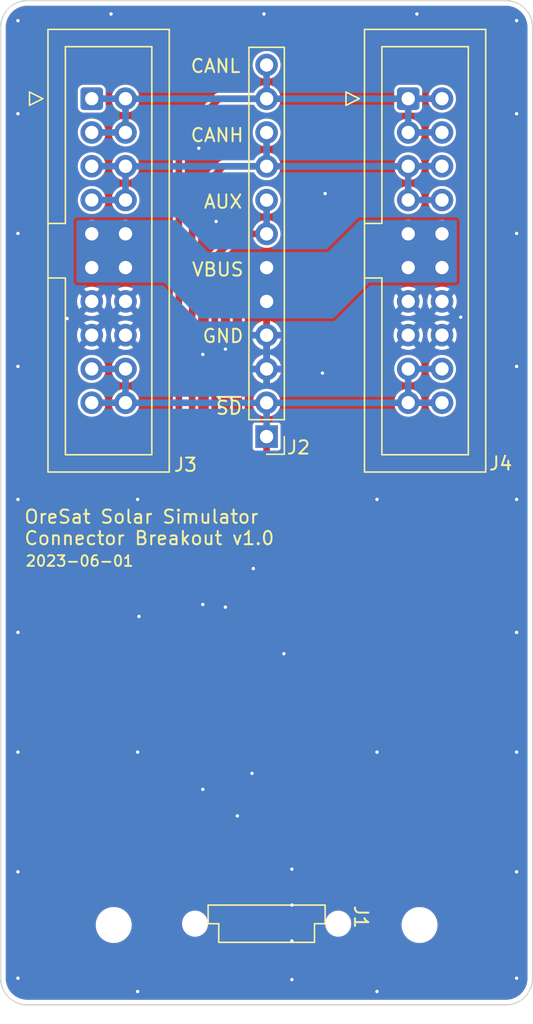
<source format=kicad_pcb>
(kicad_pcb (version 20221018) (generator pcbnew)
  (layers (0 "F.Cu" signal) (31 "B.Cu" signal) (34 "B.Paste" user) (35 "F.Paste" user) (36 "B.SilkS" user "B.Silkscreen") (37 "F.SilkS" user "F.Silkscreen") (38 "B.Mask" user) (39 "F.Mask" user) (44 "Edge.Cuts" user))
  (net 0 "")
  (net 1 "/~{SD}")
  (net 2 "GND")
  (net 3 "VBUS")
  (net 4 "/AUX")
  (net 5 "/CANH")
  (net 6 "/CANL")
  (footprint "oresat-misc:Hole-2.4mm-NPTH" (layer "F.Cu") (at 122.2 93)
    (fp_text reference "REF**" hide)
    (fp_text value "Hole-2.4mm-NPTH")
    (pad "" np_thru_hole circle (at 0 0) (size 2.4 2.4) (drill 2.4) (layers "*.Cu" "*.Mask"))
  )
  (footprint "oresat-connectors:J-Harwin-M55-7001242R" (layer "F.Cu") (at 110.7 92.9 180)
    (fp_text reference "J1" (at -7.1 0.5 270 unlocked) (layer "F.SilkS"))
    (fp_text value "Harwin M55-7001242R")
    (fp_line (start -4.4 0) (end -4.4 1.4) (stroke (width 0.12)) (layer "F.SilkS"))
    (fp_line (start -3.6 -1.4) (end -3.6 0) (stroke (width 0.12)) (layer "F.SilkS"))
    (fp_line (start -3.6 0) (end -4.4 0) (stroke (width 0.12)) (layer "F.SilkS"))
    (fp_line (start 3.6 -1.4) (end -3.6 -1.4) (stroke (width 0.12)) (layer "F.SilkS"))
    (fp_line (start 3.6 0) (end 3.6 -1.4) (stroke (width 0.12)) (layer "F.SilkS"))
    (fp_line (start 4.4 0) (end 3.6 0) (stroke (width 0.12)) (layer "F.SilkS"))
    (fp_line (start 4.4 1.4) (end -4.4 1.4) (stroke (width 0.12)) (layer "F.SilkS"))
    (fp_line (start 4.4 1.4) (end 4.4 0) (stroke (width 0.12)) (layer "F.SilkS"))
    (pad "" np_thru_hole circle (at -5.385 0 180) (size 1.65 1.65) (drill 1.65) (layers "*.Cu" "*.Mask"))
    (pad "" np_thru_hole circle (at 5.385 0 180) (size 1.65 1.65) (drill 1.65) (layers "*.Cu" "*.Mask"))
    (pad "1" smd roundrect (at -3.175 -2.75 180) (size 0.8 1.1) (layers "F.Cu" "F.Paste" "F.Mask") (net 1 "/~{SD}"))
    (pad "2" smd roundrect (at -3.175 2.75 180) (size 0.8 1.1) (layers "F.Cu" "F.Paste" "F.Mask") (net 1 "/~{SD}"))
    (pad "3" smd roundrect (at -1.905 -2.75 180) (size 0.8 1.1) (layers "F.Cu" "F.Paste" "F.Mask") (net 2 "GND"))
    (pad "4" smd roundrect (at -1.905 2.75 180) (size 0.8 1.1) (layers "F.Cu" "F.Paste" "F.Mask") (net 2 "GND"))
    (pad "5" smd roundrect (at -0.635 -2.75 180) (size 0.8 1.1) (layers "F.Cu" "F.Paste" "F.Mask") (net 3 "VBUS"))
    (pad "6" smd roundrect (at -0.635 2.75 180) (size 0.8 1.1) (layers "F.Cu" "F.Paste" "F.Mask") (net 3 "VBUS"))
    (pad "7" smd roundrect (at 0.635 -2.75 180) (size 0.8 1.1) (layers "F.Cu" "F.Paste" "F.Mask") (net 4 "/AUX"))
    (pad "8" smd roundrect (at 0.635 2.75 180) (size 0.8 1.1) (layers "F.Cu" "F.Paste" "F.Mask") (net 4 "/AUX"))
    (pad "9" smd roundrect (at 1.905 -2.75 180) (size 0.8 1.1) (layers "F.Cu" "F.Paste" "F.Mask") (net 5 "/CANH"))
    (pad "10" smd roundrect (at 1.905 2.75 180) (size 0.8 1.1) (layers "F.Cu" "F.Paste" "F.Mask") (net 5 "/CANH"))
    (pad "11" smd roundrect (at 3.175 -2.75 180) (size 0.8 1.1) (layers "F.Cu" "F.Paste" "F.Mask") (net 6 "/CANL"))
    (pad "12" smd roundrect (at 3.175 2.75 180) (size 0.8 1.1) (layers "F.Cu" "F.Paste" "F.Mask") (net 6 "/CANL"))
    (pad "SH" smd roundrect (at -5.67 -2.45 180) (size 1.2 2.7) (layers "F.Cu" "F.Paste" "F.Mask") (net 2 "GND"))
    (pad "SH" smd roundrect (at -5.67 2.45 180) (size 1.2 2.7) (layers "F.Cu" "F.Paste" "F.Mask") (net 2 "GND"))
    (pad "SH" smd roundrect (at 5.67 -2.45 180) (size 1.2 2.7) (layers "F.Cu" "F.Paste" "F.Mask") (net 2 "GND"))
    (pad "SH" smd roundrect (at 5.67 2.45 180) (size 1.2 2.7) (layers "F.Cu" "F.Paste" "F.Mask") (net 2 "GND"))
  )
  (footprint "Connector_IDC:IDC-Header_2x10_P2.54mm_Vertical" (layer "F.Cu") (at 121.3475 30.87)
    (fp_text reference "J4" (at 6.9525 27.43) (layer "F.SilkS"))
    (fp_text value "Conn_01x20")
    (fp_line (start -4.68 -0.5) (end -4.68 0.5) (stroke (width 0.12)) (layer "F.SilkS"))
    (fp_line (start -4.68 0.5) (end -3.68 0) (stroke (width 0.12)) (layer "F.SilkS"))
    (fp_line (start -3.68 0) (end -4.68 -0.5) (stroke (width 0.12)) (layer "F.SilkS"))
    (fp_line (start -3.29 -5.21) (end 5.83 -5.21) (stroke (width 0.12)) (layer "F.SilkS"))
    (fp_line (start -3.29 9.38) (end -1.98 9.38) (stroke (width 0.12)) (layer "F.SilkS"))
    (fp_line (start -3.29 28.07) (end -3.29 -5.21) (stroke (width 0.12)) (layer "F.SilkS"))
    (fp_line (start -1.98 -3.91) (end 4.52 -3.91) (stroke (width 0.12)) (layer "F.SilkS"))
    (fp_line (start -1.98 9.38) (end -1.98 -3.91) (stroke (width 0.12)) (layer "F.SilkS"))
    (fp_line (start -1.98 13.48) (end -3.29 13.48) (stroke (width 0.12)) (layer "F.SilkS"))
    (fp_line (start -1.98 13.48) (end -1.98 13.48) (stroke (width 0.12)) (layer "F.SilkS"))
    (fp_line (start -1.98 26.77) (end -1.98 13.48) (stroke (width 0.12)) (layer "F.SilkS"))
    (fp_line (start 4.52 -3.91) (end 4.52 26.77) (stroke (width 0.12)) (layer "F.SilkS"))
    (fp_line (start 4.52 26.77) (end -1.98 26.77) (stroke (width 0.12)) (layer "F.SilkS"))
    (fp_line (start 5.83 -5.21) (end 5.83 28.07) (stroke (width 0.12)) (layer "F.SilkS"))
    (fp_line (start 5.83 28.07) (end -3.29 28.07) (stroke (width 0.12)) (layer "F.SilkS"))
    (pad "1" thru_hole roundrect (at 0 0) (size 1.7 1.7) (drill 1) (layers "*.Cu" "*.Mask") (roundrect_rratio 0.147059) (net 6 "/CANL"))
    (pad "2" thru_hole circle (at 2.54 0) (size 1.7 1.7) (drill 1) (layers "*.Cu" "*.Mask") (net 6 "/CANL"))
    (pad "3" thru_hole circle (at 0 2.54) (size 1.7 1.7) (drill 1) (layers "*.Cu" "*.Mask") (net 6 "/CANL"))
    (pad "4" thru_hole circle (at 2.54 2.54) (size 1.7 1.7) (drill 1) (layers "*.Cu" "*.Mask") (net 6 "/CANL"))
    (pad "5" thru_hole circle (at 0 5.08) (size 1.7 1.7) (drill 1) (layers "*.Cu" "*.Mask") (net 5 "/CANH"))
    (pad "6" thru_hole circle (at 2.54 5.08) (size 1.7 1.7) (drill 1) (layers "*.Cu" "*.Mask") (net 5 "/CANH"))
    (pad "7" thru_hole circle (at 0 7.62) (size 1.7 1.7) (drill 1) (layers "*.Cu" "*.Mask") (net 5 "/CANH"))
    (pad "8" thru_hole circle (at 2.54 7.62) (size 1.7 1.7) (drill 1) (layers "*.Cu" "*.Mask") (net 5 "/CANH"))
    (pad "9" thru_hole circle (at 0 10.16) (size 1.7 1.7) (drill 1) (layers "*.Cu" "*.Mask") (net 3 "VBUS"))
    (pad "10" thru_hole circle (at 2.54 10.16) (size 1.7 1.7) (drill 1) (layers "*.Cu" "*.Mask") (net 3 "VBUS"))
    (pad "11" thru_hole circle (at 0 12.7) (size 1.7 1.7) (drill 1) (layers "*.Cu" "*.Mask") (net 3 "VBUS"))
    (pad "12" thru_hole circle (at 2.54 12.7) (size 1.7 1.7) (drill 1) (layers "*.Cu" "*.Mask") (net 3 "VBUS"))
    (pad "13" thru_hole circle (at 0 15.24) (size 1.7 1.7) (drill 1) (layers "*.Cu" "*.Mask") (net 2 "GND"))
    (pad "14" thru_hole circle (at 2.54 15.24) (size 1.7 1.7) (drill 1) (layers "*.Cu" "*.Mask") (net 2 "GND"))
    (pad "15" thru_hole circle (at 0 17.78) (size 1.7 1.7) (drill 1) (layers "*.Cu" "*.Mask") (net 2 "GND"))
    (pad "16" thru_hole circle (at 2.54 17.78) (size 1.7 1.7) (drill 1) (layers "*.Cu" "*.Mask") (net 2 "GND"))
    (pad "17" thru_hole circle (at 0 20.32) (size 1.7 1.7) (drill 1) (layers "*.Cu" "*.Mask") (net 1 "/~{SD}"))
    (pad "18" thru_hole circle (at 2.54 20.32) (size 1.7 1.7) (drill 1) (layers "*.Cu" "*.Mask") (net 1 "/~{SD}"))
    (pad "19" thru_hole circle (at 0 22.86) (size 1.7 1.7) (drill 1) (layers "*.Cu" "*.Mask") (net 1 "/~{SD}"))
    (pad "20" thru_hole circle (at 2.54 22.86) (size 1.7 1.7) (drill 1) (layers "*.Cu" "*.Mask") (net 1 "/~{SD}"))
  )
  (footprint "Connector_PinHeader_2.54mm:PinHeader_1x12_P2.54mm_Vertical" (layer "F.Cu") (at 110.7 56.275 180)
    (fp_text reference "J2" (at -2.4 -0.825) (layer "F.SilkS"))
    (fp_text value "Conn_01x12")
    (fp_line (start -1.33 -1.33) (end 0 -1.33) (stroke (width 0.12)) (layer "F.SilkS"))
    (fp_line (start -1.33 0) (end -1.33 -1.33) (stroke (width 0.12)) (layer "F.SilkS"))
    (fp_line (start -1.33 1.27) (end -1.33 29.27) (stroke (width 0.12)) (layer "F.SilkS"))
    (fp_line (start -1.33 1.27) (end 1.33 1.27) (stroke (width 0.12)) (layer "F.SilkS"))
    (fp_line (start -1.33 29.27) (end 1.33 29.27) (stroke (width 0.12)) (layer "F.SilkS"))
    (fp_line (start 1.33 1.27) (end 1.33 29.27) (stroke (width 0.12)) (layer "F.SilkS"))
    (pad "1" thru_hole rect (at 0 0 180) (size 1.7 1.7) (drill 1) (layers "*.Cu" "*.Mask") (net 1 "/~{SD}"))
    (pad "2" thru_hole oval (at 0 2.54 180) (size 1.7 1.7) (drill 1) (layers "*.Cu" "*.Mask") (net 1 "/~{SD}"))
    (pad "3" thru_hole oval (at 0 5.08 180) (size 1.7 1.7) (drill 1) (layers "*.Cu" "*.Mask") (net 2 "GND"))
    (pad "4" thru_hole oval (at 0 7.62 180) (size 1.7 1.7) (drill 1) (layers "*.Cu" "*.Mask") (net 2 "GND"))
    (pad "5" thru_hole oval (at 0 10.16 180) (size 1.7 1.7) (drill 1) (layers "*.Cu" "*.Mask") (net 3 "VBUS"))
    (pad "6" thru_hole oval (at 0 12.7 180) (size 1.7 1.7) (drill 1) (layers "*.Cu" "*.Mask") (net 3 "VBUS"))
    (pad "7" thru_hole oval (at 0 15.24 180) (size 1.7 1.7) (drill 1) (layers "*.Cu" "*.Mask") (net 4 "/AUX"))
    (pad "8" thru_hole oval (at 0 17.78 180) (size 1.7 1.7) (drill 1) (layers "*.Cu" "*.Mask") (net 4 "/AUX"))
    (pad "9" thru_hole oval (at 0 20.32 180) (size 1.7 1.7) (drill 1) (layers "*.Cu" "*.Mask") (net 5 "/CANH"))
    (pad "10" thru_hole oval (at 0 22.86 180) (size 1.7 1.7) (drill 1) (layers "*.Cu" "*.Mask") (net 5 "/CANH"))
    (pad "11" thru_hole oval (at 0 25.4 180) (size 1.7 1.7) (drill 1) (layers "*.Cu" "*.Mask") (net 6 "/CANL"))
    (pad "12" thru_hole oval (at 0 27.94 180) (size 1.7 1.7) (drill 1) (layers "*.Cu" "*.Mask") (net 6 "/CANL"))
  )
  (footprint "oresat-misc:Hole-2.4mm-NPTH" (layer "F.Cu") (at 99.2 93)
    (fp_text reference "REF**" hide)
    (fp_text value "Hole-2.4mm-NPTH")
    (pad "" np_thru_hole circle (at 0 0) (size 2.4 2.4) (drill 2.4) (layers "*.Cu" "*.Mask"))
  )
  (footprint "Connector_IDC:IDC-Header_2x10_P2.54mm_Vertical" (layer "F.Cu") (at 97.5475 30.87)
    (fp_text reference "J3" (at 7.0525 27.53) (layer "F.SilkS"))
    (fp_text value "Conn_01x20")
    (fp_line (start -4.68 -0.5) (end -4.68 0.5) (stroke (width 0.12)) (layer "F.SilkS"))
    (fp_line (start -4.68 0.5) (end -3.68 0) (stroke (width 0.12)) (layer "F.SilkS"))
    (fp_line (start -3.68 0) (end -4.68 -0.5) (stroke (width 0.12)) (layer "F.SilkS"))
    (fp_line (start -3.29 -5.21) (end 5.83 -5.21) (stroke (width 0.12)) (layer "F.SilkS"))
    (fp_line (start -3.29 9.38) (end -1.98 9.38) (stroke (width 0.12)) (layer "F.SilkS"))
    (fp_line (start -3.29 28.07) (end -3.29 -5.21) (stroke (width 0.12)) (layer "F.SilkS"))
    (fp_line (start -1.98 -3.91) (end 4.52 -3.91) (stroke (width 0.12)) (layer "F.SilkS"))
    (fp_line (start -1.98 9.38) (end -1.98 -3.91) (stroke (width 0.12)) (layer "F.SilkS"))
    (fp_line (start -1.98 13.48) (end -3.29 13.48) (stroke (width 0.12)) (layer "F.SilkS"))
    (fp_line (start -1.98 13.48) (end -1.98 13.48) (stroke (width 0.12)) (layer "F.SilkS"))
    (fp_line (start -1.98 26.77) (end -1.98 13.48) (stroke (width 0.12)) (layer "F.SilkS"))
    (fp_line (start 4.52 -3.91) (end 4.52 26.77) (stroke (width 0.12)) (layer "F.SilkS"))
    (fp_line (start 4.52 26.77) (end -1.98 26.77) (stroke (width 0.12)) (layer "F.SilkS"))
    (fp_line (start 5.83 -5.21) (end 5.83 28.07) (stroke (width 0.12)) (layer "F.SilkS"))
    (fp_line (start 5.83 28.07) (end -3.29 28.07) (stroke (width 0.12)) (layer "F.SilkS"))
    (pad "1" thru_hole roundrect (at 0 0) (size 1.7 1.7) (drill 1) (layers "*.Cu" "*.Mask") (roundrect_rratio 0.147059) (net 6 "/CANL"))
    (pad "2" thru_hole circle (at 2.54 0) (size 1.7 1.7) (drill 1) (layers "*.Cu" "*.Mask") (net 6 "/CANL"))
    (pad "3" thru_hole circle (at 0 2.54) (size 1.7 1.7) (drill 1) (layers "*.Cu" "*.Mask") (net 6 "/CANL"))
    (pad "4" thru_hole circle (at 2.54 2.54) (size 1.7 1.7) (drill 1) (layers "*.Cu" "*.Mask") (net 6 "/CANL"))
    (pad "5" thru_hole circle (at 0 5.08) (size 1.7 1.7) (drill 1) (layers "*.Cu" "*.Mask") (net 5 "/CANH"))
    (pad "6" thru_hole circle (at 2.54 5.08) (size 1.7 1.7) (drill 1) (layers "*.Cu" "*.Mask") (net 5 "/CANH"))
    (pad "7" thru_hole circle (at 0 7.62) (size 1.7 1.7) (drill 1) (layers "*.Cu" "*.Mask") (net 5 "/CANH"))
    (pad "8" thru_hole circle (at 2.54 7.62) (size 1.7 1.7) (drill 1) (layers "*.Cu" "*.Mask") (net 5 "/CANH"))
    (pad "9" thru_hole circle (at 0 10.16) (size 1.7 1.7) (drill 1) (layers "*.Cu" "*.Mask") (net 3 "VBUS"))
    (pad "10" thru_hole circle (at 2.54 10.16) (size 1.7 1.7) (drill 1) (layers "*.Cu" "*.Mask") (net 3 "VBUS"))
    (pad "11" thru_hole circle (at 0 12.7) (size 1.7 1.7) (drill 1) (layers "*.Cu" "*.Mask") (net 3 "VBUS"))
    (pad "12" thru_hole circle (at 2.54 12.7) (size 1.7 1.7) (drill 1) (layers "*.Cu" "*.Mask") (net 3 "VBUS"))
    (pad "13" thru_hole circle (at 0 15.24) (size 1.7 1.7) (drill 1) (layers "*.Cu" "*.Mask") (net 2 "GND"))
    (pad "14" thru_hole circle (at 2.54 15.24) (size 1.7 1.7) (drill 1) (layers "*.Cu" "*.Mask") (net 2 "GND"))
    (pad "15" thru_hole circle (at 0 17.78) (size 1.7 1.7) (drill 1) (layers "*.Cu" "*.Mask") (net 2 "GND"))
    (pad "16" thru_hole circle (at 2.54 17.78) (size 1.7 1.7) (drill 1) (layers "*.Cu" "*.Mask") (net 2 "GND"))
    (pad "17" thru_hole circle (at 0 20.32) (size 1.7 1.7) (drill 1) (layers "*.Cu" "*.Mask") (net 1 "/~{SD}"))
    (pad "18" thru_hole circle (at 2.54 20.32) (size 1.7 1.7) (drill 1) (layers "*.Cu" "*.Mask") (net 1 "/~{SD}"))
    (pad "19" thru_hole circle (at 0 22.86) (size 1.7 1.7) (drill 1) (layers "*.Cu" "*.Mask") (net 1 "/~{SD}"))
    (pad "20" thru_hole circle (at 2.54 22.86) (size 1.7 1.7) (drill 1) (layers "*.Cu" "*.Mask") (net 1 "/~{SD}"))
  )
  (gr_arc (start 130.7 97) (mid 130.114214 98.414214) (end 128.7 99) (stroke (width 0.1)) (layer "Edge.Cuts"))
  (gr_arc (start 92.7 99) (mid 91.285786 98.414214) (end 90.7 97) (stroke (width 0.1)) (layer "Edge.Cuts"))
  (gr_line (start 90.7 25.5) (end 90.7 97) (stroke (width 0.1)) (layer "Edge.Cuts"))
  (gr_line (start 92.7 99) (end 128.7 99) (stroke (width 0.1)) (layer "Edge.Cuts"))
  (gr_line (start 128.7 23.5) (end 92.7 23.5) (stroke (width 0.1)) (layer "Edge.Cuts"))
  (gr_arc (start 128.7 23.5) (mid 130.114214 24.085786) (end 130.7 25.5) (stroke (width 0.1)) (layer "Edge.Cuts"))
  (gr_arc (start 90.7 25.5) (mid 91.285786 24.085786) (end 92.7 23.5) (stroke (width 0.1)) (layer "Edge.Cuts"))
  (gr_line (start 130.7 97) (end 130.7 25.5) (stroke (width 0.1)) (layer "Edge.Cuts"))
  (gr_text "CANH" (at 104.9 34.2) (layer "F.SilkS") (effects (font (size 1 1)) (justify left bottom)))
  (gr_text "~{SD}" (at 106.8 54.7) (layer "F.SilkS") (effects (font (size 1 1)) (justify left bottom)))
  (gr_text "CANL" (at 104.9 29) (layer "F.SilkS") (effects (font (size 1 1)) (justify left bottom)))
  (gr_text "2023-06-01" (at 92.5 66.1) (layer "F.SilkS") (effects (font (size 0.8 0.8) (thickness 0.14) bold) (justify left bottom)))
  (gr_text "VBUS" (at 105 44.3) (layer "F.SilkS") (effects (font (size 1 1)) (justify left bottom)))
  (gr_text "GND" (at 105.8 49.3) (layer "F.SilkS") (effects (font (size 1 1)) (justify left bottom)))
  (gr_text "AUX" (at 105.9 39.2) (layer "F.SilkS") (effects (font (size 1 1)) (justify left bottom)))
  (gr_text "OreSat Solar Simulator\nConnector Breakout v1.0" (at 92.4 64.5) (layer "F.SilkS") (effects (font (size 1 1)) (justify left bottom)))
  (segment (start 110.7 82.6) (end 110.7 56.275) (width 0.5) (layer "F.Cu") (net 1))
  (segment (start 113.875 95.65) (end 113.875 90.15) (width 0.5) (layer "F.Cu") (net 1))
  (segment (start 113.875 90.15) (end 113.875 85.775) (width 0.5) (layer "F.Cu") (net 1))
  (segment (start 113.875 85.775) (end 110.7 82.6) (width 0.5) (layer "F.Cu") (net 1))
  (segment (start 110.7 53.735) (end 121.3425 53.735) (width 0.5) (layer "B.Cu") (net 1))
  (segment (start 100.0875 53.73) (end 100.0875 51.19) (width 0.5) (layer "B.Cu") (net 1))
  (segment (start 121.3475 51.19) (end 123.8875 51.19) (width 0.5) (layer "B.Cu") (net 1))
  (segment (start 121.3475 53.73) (end 121.3475 51.19) (width 0.5) (layer "B.Cu") (net 1))
  (segment (start 100.0925 53.735) (end 100.0875 53.73) (width 0.5) (layer "B.Cu") (net 1))
  (segment (start 100.0875 53.73) (end 97.5475 53.73) (width 0.5) (layer "B.Cu") (net 1))
  (segment (start 110.7 53.735) (end 100.0925 53.735) (width 0.5) (layer "B.Cu") (net 1))
  (segment (start 121.3425 53.735) (end 121.3475 53.73) (width 0.5) (layer "B.Cu") (net 1))
  (segment (start 121.3475 53.73) (end 123.8875 53.73) (width 0.5) (layer "B.Cu") (net 1))
  (segment (start 110.7 56.275) (end 110.7 53.735) (width 0.5) (layer "B.Cu") (net 1))
  (segment (start 100.0875 51.19) (end 97.5475 51.19) (width 0.5) (layer "B.Cu") (net 1))
  (via (at 108.5 84.8) (size 0.508) (drill 0.254) (layers "F.Cu" "B.Cu") (net 2))
  (via (at 112.6 91.5) (size 0.508) (drill 0.254) (layers "F.Cu" "B.Cu") (net 2))
  (via (at 105.9 68.9) (size 0.508) (drill 0.254) (layers "F.Cu" "B.Cu") (net 2))
  (via (at 107.6 69.1) (size 0.508) (drill 0.254) (layers "F.Cu" "B.Cu") (net 2))
  (via (at 112 72.6) (size 0.508) (drill 0.254) (layers "F.Cu" "B.Cu") (net 2))
  (via (at 125.3 47.3) (size 0.508) (drill 0.254) (layers "F.Cu" "B.Cu") (net 2))
  (via (at 129.5 32) (size 0.508) (drill 0.254) (layers "F.Cu" "B.Cu") (net 2))
  (via (at 92 32) (size 0.508) (drill 0.254) (layers "F.Cu" "B.Cu") (net 2))
  (via (at 101 80) (size 0.508) (drill 0.254) (layers "F.Cu" "B.Cu") (net 2))
  (via (at 107.6 49.7) (size 0.508) (drill 0.254) (layers "F.Cu" "B.Cu") (net 2))
  (via (at 92 71) (size 0.508) (drill 0.254) (layers "F.Cu" "B.Cu") (net 2))
  (via (at 92 41) (size 0.508) (drill 0.254) (layers "F.Cu" "B.Cu") (net 2))
  (via (at 105.9 50.1) (size 0.508) (drill 0.254) (layers "F.Cu" "B.Cu") (net 2))
  (via (at 112.6 97.1) (size 0.508) (drill 0.254) (layers "F.Cu" "B.Cu") (net 2))
  (via (at 129.5 25) (size 0.508) (drill 0.254) (layers "F.Cu" "B.Cu") (net 2))
  (via (at 101.1 69.8) (size 0.508) (drill 0.254) (layers "F.Cu" "B.Cu") (net 2))
  (via (at 109.6 81.6) (size 0.508) (drill 0.254) (layers "F.Cu" "B.Cu") (net 2))
  (via (at 105.9 82.8) (size 0.508) (drill 0.254) (layers "F.Cu" "B.Cu") (net 2))
  (via (at 129.5 61) (size 0.508) (drill 0.254) (layers "F.Cu" "B.Cu") (net 2))
  (via (at 109.7 66.2) (size 0.508) (drill 0.254) (layers "F.Cu" "B.Cu") (net 2))
  (via (at 95.7 47.4) (size 0.508) (drill 0.254) (layers "F.Cu" "B.Cu") (net 2))
  (via (at 92 51) (size 0.508) (drill 0.254) (layers "F.Cu" "B.Cu") (net 2))
  (via (at 129.5 80) (size 0.508) (drill 0.254) (layers "F.Cu" "B.Cu") (net 2))
  (via (at 92 61) (size 0.508) (drill 0.254) (layers "F.Cu" "B.Cu") (net 2))
  (via (at 112.6 88.8) (size 0.508) (drill 0.254) (layers "F.Cu" "B.Cu") (net 2))
  (via (at 119 80) (size 0.508) (drill 0.254) (layers "F.Cu" "B.Cu") (net 2))
  (via (at 99 24.5) (size 0.508) (drill 0.254) (layers "F.Cu" "B.Cu") (net 2))
  (via (at 101 61) (size 0.508) (drill 0.254) (layers "F.Cu" "B.Cu") (net 2))
  (via (at 106.9 40.1) (size 0.508) (drill 0.254) (layers "F.Cu" "B.Cu") (net 2))
  (via (at 105.6 34.6) (size 0.508) (drill 0.254) (layers "F.Cu" "B.Cu") (net 2))
  (via (at 129.5 51) (size 0.508) (drill 0.254) (layers "F.Cu" "B.Cu") (net 2))
  (via (at 122 24.5) (size 0.508) (drill 0.254) (layers "F.Cu" "B.Cu") (net 2))
  (via (at 112.6 94.2) (size 0.508) (drill 0.254) (layers "F.Cu" "B.Cu") (net 2))
  (via (at 115.1 38) (size 0.508) (drill 0.254) (layers "F.Cu" "B.Cu") (net 2))
  (via (at 92 97) (size 0.508) (drill 0.254) (layers "F.Cu" "B.Cu") (net 2))
  (via (at 129.5 89) (size 0.508) (drill 0.254) (layers "F.Cu" "B.Cu") (net 2))
  (via (at 129.5 71) (size 0.508) (drill 0.254) (layers "F.Cu" "B.Cu") (net 2))
  (via (at 129.5 41) (size 0.508) (drill 0.254) (layers "F.Cu" "B.Cu") (net 2))
  (via (at 92 89) (size 0.508) (drill 0.254) (layers "F.Cu" "B.Cu") (net 2))
  (via (at 119 98) (size 0.508) (drill 0.254) (layers "F.Cu" "B.Cu") (net 2))
  (via (at 101 98) (size 0.508) (drill 0.254) (layers "F.Cu" "B.Cu") (net 2))
  (via (at 92 25) (size 0.508) (drill 0.254) (layers "F.Cu" "B.Cu") (net 2))
  (via (at 110.5 24.5) (size 0.508) (drill 0.254) (layers "F.Cu" "B.Cu") (net 2))
  (via (at 129.5 97) (size 0.508) (drill 0.254) (layers "F.Cu" "B.Cu") (net 2))
  (via (at 119 61) (size 0.508) (drill 0.254) (layers "F.Cu" "B.Cu") (net 2))
  (via (at 92 80) (size 0.508) (drill 0.254) (layers "F.Cu" "B.Cu") (net 2))
  (via (at 114.9 51.5) (size 0.508) (drill 0.254) (layers "F.Cu" "B.Cu") (net 2))
  (segment (start 111.335 90.15) (end 111.335 86.235) (width 0.7) (layer "F.Cu") (net 3))
  (segment (start 111.335 86.235) (end 108.5 83.4) (width 0.7) (layer "F.Cu") (net 3))
  (segment (start 108.5 46.9) (end 109.285 46.115) (width 0.7) (layer "F.Cu") (net 3))
  (segment (start 108.5 83.4) (end 108.5 46.9) (width 0.7) (layer "F.Cu") (net 3))
  (segment (start 111.335 95.65) (end 111.335 90.15) (width 0.7) (layer "F.Cu") (net 3))
  (segment (start 110.7 46.115) (end 110.7 43.575) (width 0.7) (layer "F.Cu") (net 3))
  (segment (start 109.285 46.115) (end 110.7 46.115) (width 0.7) (layer "F.Cu") (net 3))
  (segment (start 110.065 90.15) (end 110.065 87.465) (width 0.5) (layer "F.Cu") (net 4))
  (segment (start 110.065 87.465) (end 106.8 84.2) (width 0.5) (layer "F.Cu") (net 4))
  (segment (start 106.8 84.2) (end 106.8 42.8) (width 0.5) (layer "F.Cu") (net 4))
  (segment (start 108.565 41.035) (end 110.7 41.035) (width 0.5) (layer "F.Cu") (net 4))
  (segment (start 106.8 42.8) (end 108.565 41.035) (width 0.5) (layer "F.Cu") (net 4))
  (segment (start 110.065 95.65) (end 110.065 90.15) (width 0.5) (layer "F.Cu") (net 4))
  (segment (start 110.7 41.035) (end 110.7 38.495) (width 0.5) (layer "B.Cu") (net 4))
  (segment (start 108.795 88.095) (end 105.1 84.4) (width 0.5) (layer "F.Cu") (net 5))
  (segment (start 108.795 90.15) (end 108.795 88.095) (width 0.5) (layer "F.Cu") (net 5))
  (segment (start 107.445 35.955) (end 110.7 35.955) (width 0.5) (layer "F.Cu") (net 5))
  (segment (start 105.1 84.4) (end 105.1 38.3) (width 0.5) (layer "F.Cu") (net 5))
  (segment (start 108.795 95.65) (end 108.795 90.15) (width 0.5) (layer "F.Cu") (net 5))
  (segment (start 105.1 38.3) (end 107.445 35.955) (width 0.5) (layer "F.Cu") (net 5))
  (segment (start 121.3475 35.95) (end 123.8875 35.95) (width 0.5) (layer "B.Cu") (net 5))
  (segment (start 121.3475 35.95) (end 121.3475 38.49) (width 0.5) (layer "B.Cu") (net 5))
  (segment (start 100.0875 35.95) (end 97.5475 35.95) (width 0.5) (layer "B.Cu") (net 5))
  (segment (start 100.0875 38.49) (end 97.5475 38.49) (width 0.5) (layer "B.Cu") (net 5))
  (segment (start 121.3425 35.955) (end 121.3475 35.95) (width 0.5) (layer "B.Cu") (net 5))
  (segment (start 110.7 35.955) (end 100.0925 35.955) (width 0.5) (layer "B.Cu") (net 5))
  (segment (start 100.0925 35.955) (end 100.0875 35.95) (width 0.5) (layer "B.Cu") (net 5))
  (segment (start 121.3475 38.49) (end 123.8875 38.49) (width 0.5) (layer "B.Cu") (net 5))
  (segment (start 100.0875 35.95) (end 100.0875 38.49) (width 0.5) (layer "B.Cu") (net 5))
  (segment (start 110.7 35.955) (end 121.3425 35.955) (width 0.5) (layer "B.Cu") (net 5))
  (segment (start 110.7 35.955) (end 110.7 33.415) (width 0.5) (layer "B.Cu") (net 5))
  (segment (start 107.525 95.65) (end 107.525 90.15) (width 0.5) (layer "F.Cu") (net 6))
  (segment (start 107.525 90.15) (end 107.525 88.525) (width 0.5) (layer "F.Cu") (net 6))
  (segment (start 107.125 30.875) (end 110.7 30.875) (width 0.5) (layer "F.Cu") (net 6))
  (segment (start 104.1 85.1) (end 104.1 33.9) (width 0.5) (layer "F.Cu") (net 6))
  (segment (start 107.525 88.525) (end 104.1 85.1) (width 0.5) (layer "F.Cu") (net 6))
  (segment (start 104.1 33.9) (end 107.125 30.875) (width 0.5) (layer "F.Cu") (net 6))
  (segment (start 100.0875 30.87) (end 100.0875 33.41) (width 0.5) (layer "B.Cu") (net 6))
  (segment (start 110.7 30.875) (end 100.0925 30.875) (width 0.5) (layer "B.Cu") (net 6))
  (segment (start 100.0875 30.87) (end 97.5475 30.87) (width 0.5) (layer "B.Cu") (net 6))
  (segment (start 121.3475 30.87) (end 123.8875 30.87) (width 0.5) (layer "B.Cu") (net 6))
  (segment (start 110.7 30.875) (end 121.3425 30.875) (width 0.5) (layer "B.Cu") (net 6))
  (segment (start 110.7 30.875) (end 110.7 28.335) (width 0.5) (layer "B.Cu") (net 6))
  (segment (start 100.0925 30.875) (end 100.0875 30.87) (width 0.5) (layer "B.Cu") (net 6))
  (segment (start 121.3425 30.875) (end 121.3475 30.87) (width 0.5) (layer "B.Cu") (net 6))
  (segment (start 121.3475 33.41) (end 123.8875 33.41) (width 0.5) (layer "B.Cu") (net 6))
  (segment (start 121.3475 30.87) (end 121.3475 33.41) (width 0.5) (layer "B.Cu") (net 6))
  (segment (start 100.0875 33.41) (end 97.5475 33.41) (width 0.5) (layer "B.Cu") (net 6))
  (zone (net 2) (net_name "GND") (layers "F&B.Cu") (connect_pads (clearance 0.2)) (min_thickness 0.2) (fill yes (thermal_gap 0.254) (thermal_bridge_width 0.508))
    (polygon (pts (xy 130.7 99) (xy 90.7 99) (xy 90.7 23.5) (xy 130.7 23.5)))
  )
  (zone (net 3) (net_name "VBUS") (layer "B.Cu") (priority 1) (connect_pads yes (clearance 0.2)) (min_thickness 0.2) (fill yes (thermal_gap 0.508) (thermal_bridge_width 0.508))
    (polygon (pts (xy 106.3 42.4) (xy 115.3 42.4) (xy 117.7 40) (xy 125 40) (xy 125 44.7) (xy 118.4 44.7) (xy 115.7 47.4) (xy 105.7 47.4) (xy 103 44.7) (xy 96.4 44.7) (xy 96.4 40) (xy 103.9 40)))
  )
)
</source>
